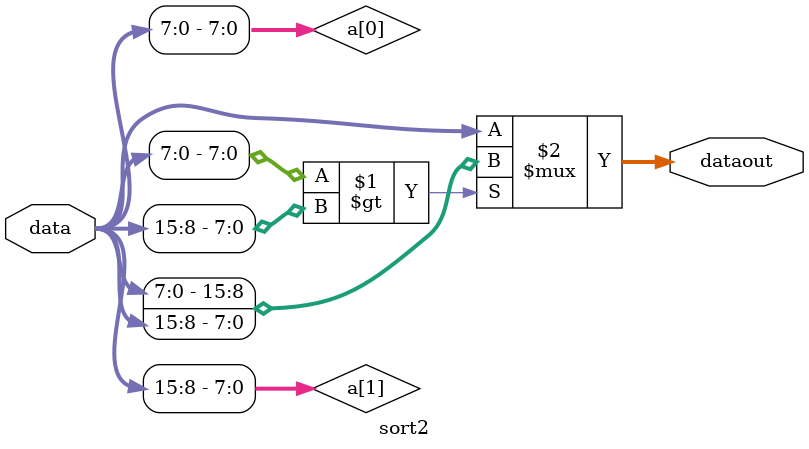
<source format=v>
module sort2 #(
	parameter DATA_WIDTH=8
)(
	input wire [DATA_WIDTH*2-1:0] data,// 2个无符号整数, 输入
	output wire [DATA_WIDTH*2-1:0] dataout// 2个无符号整数, 排序完成后输出
);

localparam W=DATA_WIDTH;
wire [W-1:0] a[1:0];

assign a[0] = data[W-1:0];
assign a[1] = data[W*2-1:W];
assign dataout = (a[0] > a[1])? ({a[0], a[1]}):({a[1], a[0]});

endmodule

</source>
